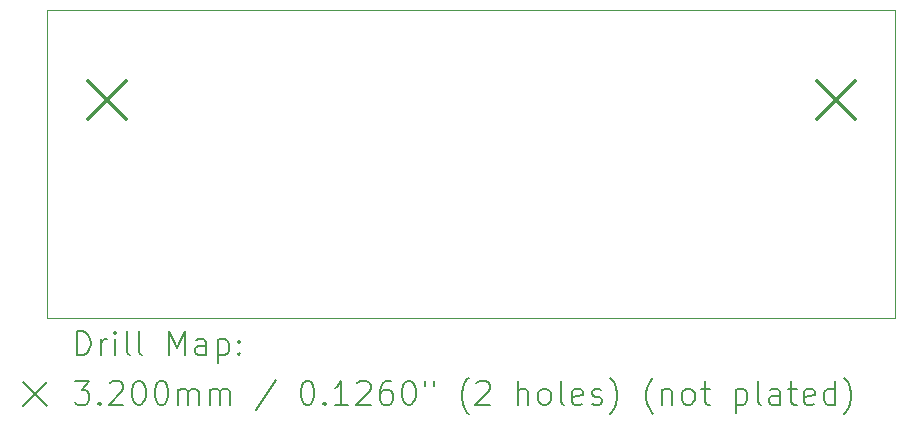
<source format=gbr>
%FSLAX45Y45*%
G04 Gerber Fmt 4.5, Leading zero omitted, Abs format (unit mm)*
G04 Created by KiCad (PCBNEW 6.0.2+dfsg-1) date 2023-05-14 16:37:21*
%MOMM*%
%LPD*%
G01*
G04 APERTURE LIST*
%TA.AperFunction,Profile*%
%ADD10C,0.100000*%
%TD*%
%ADD11C,0.200000*%
%ADD12C,0.320000*%
G04 APERTURE END LIST*
D10*
X17399000Y-6477000D02*
X10223500Y-6477000D01*
X10223500Y-6477000D02*
X10223500Y-9080500D01*
X17399000Y-9080500D02*
X17399000Y-6477000D01*
X10223500Y-9080500D02*
X17399000Y-9080500D01*
D11*
D12*
X10571500Y-7079000D02*
X10891500Y-7399000D01*
X10891500Y-7079000D02*
X10571500Y-7399000D01*
X16743500Y-7079000D02*
X17063500Y-7399000D01*
X17063500Y-7079000D02*
X16743500Y-7399000D01*
D11*
X10476119Y-9395976D02*
X10476119Y-9195976D01*
X10523738Y-9195976D01*
X10552310Y-9205500D01*
X10571357Y-9224548D01*
X10580881Y-9243595D01*
X10590405Y-9281690D01*
X10590405Y-9310262D01*
X10580881Y-9348357D01*
X10571357Y-9367405D01*
X10552310Y-9386452D01*
X10523738Y-9395976D01*
X10476119Y-9395976D01*
X10676119Y-9395976D02*
X10676119Y-9262643D01*
X10676119Y-9300738D02*
X10685643Y-9281690D01*
X10695167Y-9272167D01*
X10714214Y-9262643D01*
X10733262Y-9262643D01*
X10799929Y-9395976D02*
X10799929Y-9262643D01*
X10799929Y-9195976D02*
X10790405Y-9205500D01*
X10799929Y-9215024D01*
X10809452Y-9205500D01*
X10799929Y-9195976D01*
X10799929Y-9215024D01*
X10923738Y-9395976D02*
X10904690Y-9386452D01*
X10895167Y-9367405D01*
X10895167Y-9195976D01*
X11028500Y-9395976D02*
X11009452Y-9386452D01*
X10999929Y-9367405D01*
X10999929Y-9195976D01*
X11257071Y-9395976D02*
X11257071Y-9195976D01*
X11323738Y-9338833D01*
X11390405Y-9195976D01*
X11390405Y-9395976D01*
X11571357Y-9395976D02*
X11571357Y-9291214D01*
X11561833Y-9272167D01*
X11542786Y-9262643D01*
X11504690Y-9262643D01*
X11485643Y-9272167D01*
X11571357Y-9386452D02*
X11552309Y-9395976D01*
X11504690Y-9395976D01*
X11485643Y-9386452D01*
X11476119Y-9367405D01*
X11476119Y-9348357D01*
X11485643Y-9329310D01*
X11504690Y-9319786D01*
X11552309Y-9319786D01*
X11571357Y-9310262D01*
X11666595Y-9262643D02*
X11666595Y-9462643D01*
X11666595Y-9272167D02*
X11685643Y-9262643D01*
X11723738Y-9262643D01*
X11742786Y-9272167D01*
X11752309Y-9281690D01*
X11761833Y-9300738D01*
X11761833Y-9357881D01*
X11752309Y-9376929D01*
X11742786Y-9386452D01*
X11723738Y-9395976D01*
X11685643Y-9395976D01*
X11666595Y-9386452D01*
X11847548Y-9376929D02*
X11857071Y-9386452D01*
X11847548Y-9395976D01*
X11838024Y-9386452D01*
X11847548Y-9376929D01*
X11847548Y-9395976D01*
X11847548Y-9272167D02*
X11857071Y-9281690D01*
X11847548Y-9291214D01*
X11838024Y-9281690D01*
X11847548Y-9272167D01*
X11847548Y-9291214D01*
X10018500Y-9625500D02*
X10218500Y-9825500D01*
X10218500Y-9625500D02*
X10018500Y-9825500D01*
X10457071Y-9615976D02*
X10580881Y-9615976D01*
X10514214Y-9692167D01*
X10542786Y-9692167D01*
X10561833Y-9701690D01*
X10571357Y-9711214D01*
X10580881Y-9730262D01*
X10580881Y-9777881D01*
X10571357Y-9796929D01*
X10561833Y-9806452D01*
X10542786Y-9815976D01*
X10485643Y-9815976D01*
X10466595Y-9806452D01*
X10457071Y-9796929D01*
X10666595Y-9796929D02*
X10676119Y-9806452D01*
X10666595Y-9815976D01*
X10657071Y-9806452D01*
X10666595Y-9796929D01*
X10666595Y-9815976D01*
X10752310Y-9635024D02*
X10761833Y-9625500D01*
X10780881Y-9615976D01*
X10828500Y-9615976D01*
X10847548Y-9625500D01*
X10857071Y-9635024D01*
X10866595Y-9654071D01*
X10866595Y-9673119D01*
X10857071Y-9701690D01*
X10742786Y-9815976D01*
X10866595Y-9815976D01*
X10990405Y-9615976D02*
X11009452Y-9615976D01*
X11028500Y-9625500D01*
X11038024Y-9635024D01*
X11047548Y-9654071D01*
X11057071Y-9692167D01*
X11057071Y-9739786D01*
X11047548Y-9777881D01*
X11038024Y-9796929D01*
X11028500Y-9806452D01*
X11009452Y-9815976D01*
X10990405Y-9815976D01*
X10971357Y-9806452D01*
X10961833Y-9796929D01*
X10952310Y-9777881D01*
X10942786Y-9739786D01*
X10942786Y-9692167D01*
X10952310Y-9654071D01*
X10961833Y-9635024D01*
X10971357Y-9625500D01*
X10990405Y-9615976D01*
X11180881Y-9615976D02*
X11199928Y-9615976D01*
X11218976Y-9625500D01*
X11228500Y-9635024D01*
X11238024Y-9654071D01*
X11247548Y-9692167D01*
X11247548Y-9739786D01*
X11238024Y-9777881D01*
X11228500Y-9796929D01*
X11218976Y-9806452D01*
X11199928Y-9815976D01*
X11180881Y-9815976D01*
X11161833Y-9806452D01*
X11152310Y-9796929D01*
X11142786Y-9777881D01*
X11133262Y-9739786D01*
X11133262Y-9692167D01*
X11142786Y-9654071D01*
X11152310Y-9635024D01*
X11161833Y-9625500D01*
X11180881Y-9615976D01*
X11333262Y-9815976D02*
X11333262Y-9682643D01*
X11333262Y-9701690D02*
X11342786Y-9692167D01*
X11361833Y-9682643D01*
X11390405Y-9682643D01*
X11409452Y-9692167D01*
X11418976Y-9711214D01*
X11418976Y-9815976D01*
X11418976Y-9711214D02*
X11428500Y-9692167D01*
X11447548Y-9682643D01*
X11476119Y-9682643D01*
X11495167Y-9692167D01*
X11504690Y-9711214D01*
X11504690Y-9815976D01*
X11599928Y-9815976D02*
X11599928Y-9682643D01*
X11599928Y-9701690D02*
X11609452Y-9692167D01*
X11628500Y-9682643D01*
X11657071Y-9682643D01*
X11676119Y-9692167D01*
X11685643Y-9711214D01*
X11685643Y-9815976D01*
X11685643Y-9711214D02*
X11695167Y-9692167D01*
X11714214Y-9682643D01*
X11742786Y-9682643D01*
X11761833Y-9692167D01*
X11771357Y-9711214D01*
X11771357Y-9815976D01*
X12161833Y-9606452D02*
X11990405Y-9863595D01*
X12418976Y-9615976D02*
X12438024Y-9615976D01*
X12457071Y-9625500D01*
X12466595Y-9635024D01*
X12476119Y-9654071D01*
X12485643Y-9692167D01*
X12485643Y-9739786D01*
X12476119Y-9777881D01*
X12466595Y-9796929D01*
X12457071Y-9806452D01*
X12438024Y-9815976D01*
X12418976Y-9815976D01*
X12399928Y-9806452D01*
X12390405Y-9796929D01*
X12380881Y-9777881D01*
X12371357Y-9739786D01*
X12371357Y-9692167D01*
X12380881Y-9654071D01*
X12390405Y-9635024D01*
X12399928Y-9625500D01*
X12418976Y-9615976D01*
X12571357Y-9796929D02*
X12580881Y-9806452D01*
X12571357Y-9815976D01*
X12561833Y-9806452D01*
X12571357Y-9796929D01*
X12571357Y-9815976D01*
X12771357Y-9815976D02*
X12657071Y-9815976D01*
X12714214Y-9815976D02*
X12714214Y-9615976D01*
X12695167Y-9644548D01*
X12676119Y-9663595D01*
X12657071Y-9673119D01*
X12847548Y-9635024D02*
X12857071Y-9625500D01*
X12876119Y-9615976D01*
X12923738Y-9615976D01*
X12942786Y-9625500D01*
X12952309Y-9635024D01*
X12961833Y-9654071D01*
X12961833Y-9673119D01*
X12952309Y-9701690D01*
X12838024Y-9815976D01*
X12961833Y-9815976D01*
X13133262Y-9615976D02*
X13095167Y-9615976D01*
X13076119Y-9625500D01*
X13066595Y-9635024D01*
X13047548Y-9663595D01*
X13038024Y-9701690D01*
X13038024Y-9777881D01*
X13047548Y-9796929D01*
X13057071Y-9806452D01*
X13076119Y-9815976D01*
X13114214Y-9815976D01*
X13133262Y-9806452D01*
X13142786Y-9796929D01*
X13152309Y-9777881D01*
X13152309Y-9730262D01*
X13142786Y-9711214D01*
X13133262Y-9701690D01*
X13114214Y-9692167D01*
X13076119Y-9692167D01*
X13057071Y-9701690D01*
X13047548Y-9711214D01*
X13038024Y-9730262D01*
X13276119Y-9615976D02*
X13295167Y-9615976D01*
X13314214Y-9625500D01*
X13323738Y-9635024D01*
X13333262Y-9654071D01*
X13342786Y-9692167D01*
X13342786Y-9739786D01*
X13333262Y-9777881D01*
X13323738Y-9796929D01*
X13314214Y-9806452D01*
X13295167Y-9815976D01*
X13276119Y-9815976D01*
X13257071Y-9806452D01*
X13247548Y-9796929D01*
X13238024Y-9777881D01*
X13228500Y-9739786D01*
X13228500Y-9692167D01*
X13238024Y-9654071D01*
X13247548Y-9635024D01*
X13257071Y-9625500D01*
X13276119Y-9615976D01*
X13418976Y-9615976D02*
X13418976Y-9654071D01*
X13495167Y-9615976D02*
X13495167Y-9654071D01*
X13790405Y-9892167D02*
X13780881Y-9882643D01*
X13761833Y-9854071D01*
X13752309Y-9835024D01*
X13742786Y-9806452D01*
X13733262Y-9758833D01*
X13733262Y-9720738D01*
X13742786Y-9673119D01*
X13752309Y-9644548D01*
X13761833Y-9625500D01*
X13780881Y-9596929D01*
X13790405Y-9587405D01*
X13857071Y-9635024D02*
X13866595Y-9625500D01*
X13885643Y-9615976D01*
X13933262Y-9615976D01*
X13952309Y-9625500D01*
X13961833Y-9635024D01*
X13971357Y-9654071D01*
X13971357Y-9673119D01*
X13961833Y-9701690D01*
X13847548Y-9815976D01*
X13971357Y-9815976D01*
X14209452Y-9815976D02*
X14209452Y-9615976D01*
X14295167Y-9815976D02*
X14295167Y-9711214D01*
X14285643Y-9692167D01*
X14266595Y-9682643D01*
X14238024Y-9682643D01*
X14218976Y-9692167D01*
X14209452Y-9701690D01*
X14418976Y-9815976D02*
X14399928Y-9806452D01*
X14390405Y-9796929D01*
X14380881Y-9777881D01*
X14380881Y-9720738D01*
X14390405Y-9701690D01*
X14399928Y-9692167D01*
X14418976Y-9682643D01*
X14447548Y-9682643D01*
X14466595Y-9692167D01*
X14476119Y-9701690D01*
X14485643Y-9720738D01*
X14485643Y-9777881D01*
X14476119Y-9796929D01*
X14466595Y-9806452D01*
X14447548Y-9815976D01*
X14418976Y-9815976D01*
X14599928Y-9815976D02*
X14580881Y-9806452D01*
X14571357Y-9787405D01*
X14571357Y-9615976D01*
X14752309Y-9806452D02*
X14733262Y-9815976D01*
X14695167Y-9815976D01*
X14676119Y-9806452D01*
X14666595Y-9787405D01*
X14666595Y-9711214D01*
X14676119Y-9692167D01*
X14695167Y-9682643D01*
X14733262Y-9682643D01*
X14752309Y-9692167D01*
X14761833Y-9711214D01*
X14761833Y-9730262D01*
X14666595Y-9749310D01*
X14838024Y-9806452D02*
X14857071Y-9815976D01*
X14895167Y-9815976D01*
X14914214Y-9806452D01*
X14923738Y-9787405D01*
X14923738Y-9777881D01*
X14914214Y-9758833D01*
X14895167Y-9749310D01*
X14866595Y-9749310D01*
X14847548Y-9739786D01*
X14838024Y-9720738D01*
X14838024Y-9711214D01*
X14847548Y-9692167D01*
X14866595Y-9682643D01*
X14895167Y-9682643D01*
X14914214Y-9692167D01*
X14990405Y-9892167D02*
X14999928Y-9882643D01*
X15018976Y-9854071D01*
X15028500Y-9835024D01*
X15038024Y-9806452D01*
X15047548Y-9758833D01*
X15047548Y-9720738D01*
X15038024Y-9673119D01*
X15028500Y-9644548D01*
X15018976Y-9625500D01*
X14999928Y-9596929D01*
X14990405Y-9587405D01*
X15352309Y-9892167D02*
X15342786Y-9882643D01*
X15323738Y-9854071D01*
X15314214Y-9835024D01*
X15304690Y-9806452D01*
X15295167Y-9758833D01*
X15295167Y-9720738D01*
X15304690Y-9673119D01*
X15314214Y-9644548D01*
X15323738Y-9625500D01*
X15342786Y-9596929D01*
X15352309Y-9587405D01*
X15428500Y-9682643D02*
X15428500Y-9815976D01*
X15428500Y-9701690D02*
X15438024Y-9692167D01*
X15457071Y-9682643D01*
X15485643Y-9682643D01*
X15504690Y-9692167D01*
X15514214Y-9711214D01*
X15514214Y-9815976D01*
X15638024Y-9815976D02*
X15618976Y-9806452D01*
X15609452Y-9796929D01*
X15599928Y-9777881D01*
X15599928Y-9720738D01*
X15609452Y-9701690D01*
X15618976Y-9692167D01*
X15638024Y-9682643D01*
X15666595Y-9682643D01*
X15685643Y-9692167D01*
X15695167Y-9701690D01*
X15704690Y-9720738D01*
X15704690Y-9777881D01*
X15695167Y-9796929D01*
X15685643Y-9806452D01*
X15666595Y-9815976D01*
X15638024Y-9815976D01*
X15761833Y-9682643D02*
X15838024Y-9682643D01*
X15790405Y-9615976D02*
X15790405Y-9787405D01*
X15799928Y-9806452D01*
X15818976Y-9815976D01*
X15838024Y-9815976D01*
X16057071Y-9682643D02*
X16057071Y-9882643D01*
X16057071Y-9692167D02*
X16076119Y-9682643D01*
X16114214Y-9682643D01*
X16133262Y-9692167D01*
X16142786Y-9701690D01*
X16152309Y-9720738D01*
X16152309Y-9777881D01*
X16142786Y-9796929D01*
X16133262Y-9806452D01*
X16114214Y-9815976D01*
X16076119Y-9815976D01*
X16057071Y-9806452D01*
X16266595Y-9815976D02*
X16247548Y-9806452D01*
X16238024Y-9787405D01*
X16238024Y-9615976D01*
X16428500Y-9815976D02*
X16428500Y-9711214D01*
X16418976Y-9692167D01*
X16399928Y-9682643D01*
X16361833Y-9682643D01*
X16342786Y-9692167D01*
X16428500Y-9806452D02*
X16409452Y-9815976D01*
X16361833Y-9815976D01*
X16342786Y-9806452D01*
X16333262Y-9787405D01*
X16333262Y-9768357D01*
X16342786Y-9749310D01*
X16361833Y-9739786D01*
X16409452Y-9739786D01*
X16428500Y-9730262D01*
X16495167Y-9682643D02*
X16571357Y-9682643D01*
X16523738Y-9615976D02*
X16523738Y-9787405D01*
X16533262Y-9806452D01*
X16552309Y-9815976D01*
X16571357Y-9815976D01*
X16714214Y-9806452D02*
X16695167Y-9815976D01*
X16657071Y-9815976D01*
X16638024Y-9806452D01*
X16628500Y-9787405D01*
X16628500Y-9711214D01*
X16638024Y-9692167D01*
X16657071Y-9682643D01*
X16695167Y-9682643D01*
X16714214Y-9692167D01*
X16723738Y-9711214D01*
X16723738Y-9730262D01*
X16628500Y-9749310D01*
X16895167Y-9815976D02*
X16895167Y-9615976D01*
X16895167Y-9806452D02*
X16876119Y-9815976D01*
X16838024Y-9815976D01*
X16818976Y-9806452D01*
X16809452Y-9796929D01*
X16799929Y-9777881D01*
X16799929Y-9720738D01*
X16809452Y-9701690D01*
X16818976Y-9692167D01*
X16838024Y-9682643D01*
X16876119Y-9682643D01*
X16895167Y-9692167D01*
X16971357Y-9892167D02*
X16980881Y-9882643D01*
X16999929Y-9854071D01*
X17009452Y-9835024D01*
X17018976Y-9806452D01*
X17028500Y-9758833D01*
X17028500Y-9720738D01*
X17018976Y-9673119D01*
X17009452Y-9644548D01*
X16999929Y-9625500D01*
X16980881Y-9596929D01*
X16971357Y-9587405D01*
M02*

</source>
